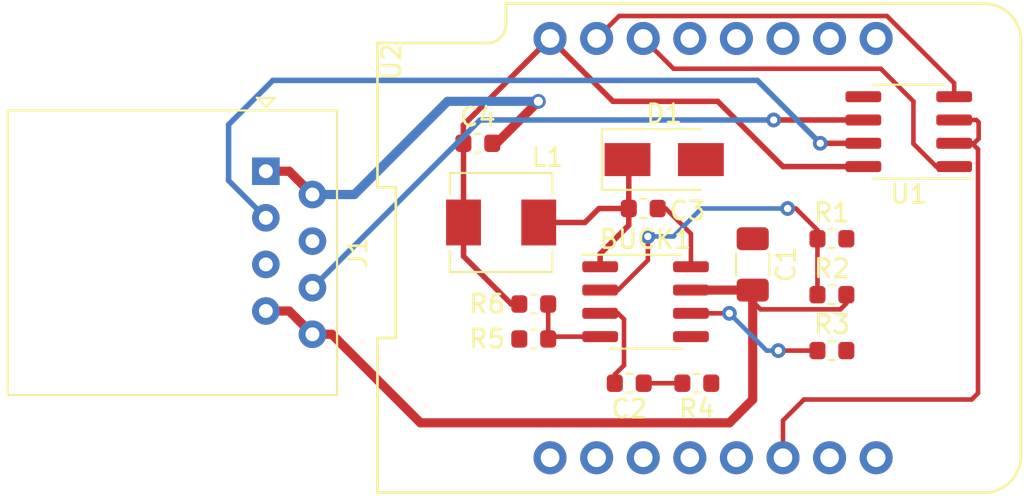
<source format=kicad_pcb>
(kicad_pcb (version 20171130) (host pcbnew 5.1.5-1.fc31)

  (general
    (thickness 1.6)
    (drawings 0)
    (tracks 108)
    (zones 0)
    (modules 16)
    (nets 29)
  )

  (page A4)
  (layers
    (0 F.Cu signal)
    (31 B.Cu signal)
    (32 B.Adhes user hide)
    (33 F.Adhes user hide)
    (34 B.Paste user hide)
    (35 F.Paste user hide)
    (36 B.SilkS user hide)
    (37 F.SilkS user)
    (38 B.Mask user hide)
    (39 F.Mask user hide)
    (40 Dwgs.User user hide)
    (41 Cmts.User user hide)
    (42 Eco1.User user hide)
    (43 Eco2.User user hide)
    (44 Edge.Cuts user hide)
    (45 Margin user hide)
    (46 B.CrtYd user hide)
    (47 F.CrtYd user)
    (48 B.Fab user hide)
    (49 F.Fab user hide)
  )

  (setup
    (last_trace_width 0.25)
    (user_trace_width 0.25)
    (user_trace_width 0.3)
    (user_trace_width 0.5)
    (trace_clearance 0.2)
    (zone_clearance 0.508)
    (zone_45_only no)
    (trace_min 0.2)
    (via_size 0.8)
    (via_drill 0.4)
    (via_min_size 0.4)
    (via_min_drill 0.3)
    (uvia_size 0.3)
    (uvia_drill 0.1)
    (uvias_allowed no)
    (uvia_min_size 0.2)
    (uvia_min_drill 0.1)
    (edge_width 0.05)
    (segment_width 0.2)
    (pcb_text_width 0.3)
    (pcb_text_size 1.5 1.5)
    (mod_edge_width 0.12)
    (mod_text_size 1 1)
    (mod_text_width 0.15)
    (pad_size 1.524 1.524)
    (pad_drill 0.762)
    (pad_to_mask_clearance 0.051)
    (solder_mask_min_width 0.25)
    (aux_axis_origin 0 0)
    (visible_elements FFFFFF7F)
    (pcbplotparams
      (layerselection 0x010fc_ffffffff)
      (usegerberextensions false)
      (usegerberattributes false)
      (usegerberadvancedattributes false)
      (creategerberjobfile false)
      (excludeedgelayer true)
      (linewidth 0.100000)
      (plotframeref false)
      (viasonmask false)
      (mode 1)
      (useauxorigin false)
      (hpglpennumber 1)
      (hpglpenspeed 20)
      (hpglpendiameter 15.000000)
      (psnegative false)
      (psa4output false)
      (plotreference true)
      (plotvalue true)
      (plotinvisibletext false)
      (padsonsilk false)
      (subtractmaskfromsilk false)
      (outputformat 1)
      (mirror false)
      (drillshape 1)
      (scaleselection 1)
      (outputdirectory ""))
  )

  (net 0 "")
  (net 1 GND)
  (net 2 "Net-(C2-Pad2)")
  (net 3 VCC)
  (net 4 "Net-(J1-Pad6)")
  (net 5 "Net-(J1-Pad5)")
  (net 6 "Net-(J1-Pad4)")
  (net 7 "Net-(J1-Pad3)")
  (net 8 "Net-(U1-Pad4)")
  (net 9 "Net-(U1-Pad2)")
  (net 10 "Net-(U1-Pad1)")
  (net 11 "Net-(BUCK1-Pad8)")
  (net 12 "Net-(BUCK1-Pad7)")
  (net 13 "Net-(BUCK1-Pad6)")
  (net 14 "Net-(BUCK1-Pad4)")
  (net 15 "Net-(BUCK1-Pad3)")
  (net 16 "Net-(BUCK1-Pad2)")
  (net 17 "Net-(BUCK1-Pad1)")
  (net 18 "Net-(U2-Pad1)")
  (net 19 "Net-(U2-Pad3)")
  (net 20 "Net-(U2-Pad13)")
  (net 21 "Net-(U2-Pad4)")
  (net 22 "Net-(U2-Pad12)")
  (net 23 "Net-(U2-Pad5)")
  (net 24 "Net-(U2-Pad11)")
  (net 25 "Net-(U2-Pad10)")
  (net 26 "Net-(U2-Pad7)")
  (net 27 "Net-(U2-Pad9)")
  (net 28 "Net-(U2-Pad8)")

  (net_class Default "This is the default net class."
    (clearance 0.2)
    (trace_width 0.25)
    (via_dia 0.8)
    (via_drill 0.4)
    (uvia_dia 0.3)
    (uvia_drill 0.1)
    (add_net GND)
    (add_net "Net-(BUCK1-Pad1)")
    (add_net "Net-(BUCK1-Pad2)")
    (add_net "Net-(BUCK1-Pad3)")
    (add_net "Net-(BUCK1-Pad4)")
    (add_net "Net-(BUCK1-Pad6)")
    (add_net "Net-(BUCK1-Pad8)")
    (add_net "Net-(C2-Pad2)")
    (add_net "Net-(J1-Pad5)")
    (add_net "Net-(J1-Pad6)")
    (add_net "Net-(U1-Pad1)")
    (add_net "Net-(U1-Pad2)")
    (add_net "Net-(U1-Pad4)")
    (add_net "Net-(U2-Pad1)")
    (add_net "Net-(U2-Pad10)")
    (add_net "Net-(U2-Pad11)")
    (add_net "Net-(U2-Pad12)")
    (add_net "Net-(U2-Pad13)")
    (add_net "Net-(U2-Pad3)")
    (add_net "Net-(U2-Pad4)")
    (add_net "Net-(U2-Pad5)")
    (add_net "Net-(U2-Pad7)")
    (add_net "Net-(U2-Pad8)")
    (add_net "Net-(U2-Pad9)")
  )

  (net_class power ""
    (clearance 0.2)
    (trace_width 0.5)
    (via_dia 0.8)
    (via_drill 0.4)
    (uvia_dia 0.3)
    (uvia_drill 0.1)
    (add_net "Net-(BUCK1-Pad7)")
  )

  (net_class signal ""
    (clearance 0.2)
    (trace_width 0.3)
    (via_dia 0.8)
    (via_drill 0.4)
    (uvia_dia 0.3)
    (uvia_drill 0.1)
    (add_net "Net-(J1-Pad3)")
    (add_net "Net-(J1-Pad4)")
    (add_net VCC)
  )

  (module Resistor_SMD:R_0603_1608Metric (layer F.Cu) (tedit 5B301BBD) (tstamp 5DED5624)
    (at 148.209 88.392)
    (descr "Resistor SMD 0603 (1608 Metric), square (rectangular) end terminal, IPC_7351 nominal, (Body size source: http://www.tortai-tech.com/upload/download/2011102023233369053.pdf), generated with kicad-footprint-generator")
    (tags resistor)
    (path /5DEE0033)
    (attr smd)
    (fp_text reference R6 (at -2.54 0) (layer F.SilkS)
      (effects (font (size 1 1) (thickness 0.15)))
    )
    (fp_text value 124k (at 0 1.43) (layer F.Fab)
      (effects (font (size 1 1) (thickness 0.15)))
    )
    (fp_text user %R (at 0 0) (layer F.Fab)
      (effects (font (size 0.4 0.4) (thickness 0.06)))
    )
    (fp_line (start 1.48 0.73) (end -1.48 0.73) (layer F.CrtYd) (width 0.05))
    (fp_line (start 1.48 -0.73) (end 1.48 0.73) (layer F.CrtYd) (width 0.05))
    (fp_line (start -1.48 -0.73) (end 1.48 -0.73) (layer F.CrtYd) (width 0.05))
    (fp_line (start -1.48 0.73) (end -1.48 -0.73) (layer F.CrtYd) (width 0.05))
    (fp_line (start -0.162779 0.51) (end 0.162779 0.51) (layer F.SilkS) (width 0.12))
    (fp_line (start -0.162779 -0.51) (end 0.162779 -0.51) (layer F.SilkS) (width 0.12))
    (fp_line (start 0.8 0.4) (end -0.8 0.4) (layer F.Fab) (width 0.1))
    (fp_line (start 0.8 -0.4) (end 0.8 0.4) (layer F.Fab) (width 0.1))
    (fp_line (start -0.8 -0.4) (end 0.8 -0.4) (layer F.Fab) (width 0.1))
    (fp_line (start -0.8 0.4) (end -0.8 -0.4) (layer F.Fab) (width 0.1))
    (pad 2 smd roundrect (at 0.7875 0) (size 0.875 0.95) (layers F.Cu F.Paste F.Mask) (roundrect_rratio 0.25)
      (net 14 "Net-(BUCK1-Pad4)"))
    (pad 1 smd roundrect (at -0.7875 0) (size 0.875 0.95) (layers F.Cu F.Paste F.Mask) (roundrect_rratio 0.25)
      (net 3 VCC))
    (model ${KISYS3DMOD}/Resistor_SMD.3dshapes/R_0603_1608Metric.wrl
      (at (xyz 0 0 0))
      (scale (xyz 1 1 1))
      (rotate (xyz 0 0 0))
    )
  )

  (module "wemos hat:wemos-d1-mini-connectors-only" (layer F.Cu) (tedit 58B56BF5) (tstamp 5DEEDB36)
    (at 157.988 85.344)
    (path /5DF4355A)
    (fp_text reference U2 (at -17.526 -10.16 90) (layer F.SilkS)
      (effects (font (size 1 1) (thickness 0.15)))
    )
    (fp_text value WeMos_mini (at 0 0) (layer F.Fab)
      (effects (font (size 1 1) (thickness 0.15)))
    )
    (fp_line (start -18.3 13.33) (end 14.78 13.33) (layer F.SilkS) (width 0.15))
    (fp_line (start 16.78 11.33) (end 16.78 -11.33) (layer F.SilkS) (width 0.15))
    (fp_line (start 14.78 -13.33) (end -11.3 -13.33) (layer F.SilkS) (width 0.15))
    (fp_line (start -18.3 -11.18) (end -18.3 -3.32) (layer F.SilkS) (width 0.15))
    (fp_line (start -18.3 -3.32) (end -17.3 -3.32) (layer F.SilkS) (width 0.15))
    (fp_line (start -17.3 -3.32) (end -17.3 4.9) (layer F.SilkS) (width 0.15))
    (fp_line (start -17.3 4.9) (end -18.3 4.9) (layer F.SilkS) (width 0.15))
    (fp_line (start -18.3 4.9) (end -18.3 13.329999) (layer F.SilkS) (width 0.15))
    (fp_line (start -11.48 -13.5) (end 14.85 -13.5) (layer F.CrtYd) (width 0.05))
    (fp_line (start 16.94 -11.5) (end 16.94 11.5) (layer F.CrtYd) (width 0.05))
    (fp_line (start 14.94 13.5) (end -18.46 13.5) (layer F.CrtYd) (width 0.05))
    (fp_line (start -18.46 13.5) (end -18.46 -11.33) (layer F.CrtYd) (width 0.05))
    (fp_arc (start 14.78 -11.33) (end 14.78 -13.33) (angle 90) (layer F.SilkS) (width 0.15))
    (fp_arc (start 14.78 11.33) (end 16.78 11.33) (angle 90) (layer F.SilkS) (width 0.15))
    (fp_arc (start 14.94 11.5) (end 16.94 11.5) (angle 90) (layer F.CrtYd) (width 0.05))
    (fp_arc (start 14.94 -11.5) (end 14.85 -13.5) (angle 92.57657183) (layer F.CrtYd) (width 0.05))
    (fp_line (start -18.3 -11.18) (end -12.3 -11.18) (layer F.SilkS) (width 0.15))
    (fp_arc (start -12.3 -12.18) (end -11.3 -12.18) (angle 90) (layer F.SilkS) (width 0.15))
    (fp_line (start -11.3 -12.17) (end -11.3 -13.33) (layer F.SilkS) (width 0.15))
    (fp_line (start -11.3 -13.33) (end -11.3 -13.33) (layer F.SilkS) (width 0.15))
    (fp_line (start -11.48 -13.5) (end -11.48 -12.33) (layer F.CrtYd) (width 0.05))
    (fp_line (start -18.46 -11.33) (end -12.48 -11.33) (layer F.CrtYd) (width 0.05))
    (fp_arc (start -12.48 -12.33) (end -11.48 -12.33) (angle 90) (layer F.CrtYd) (width 0.05))
    (pad 16 thru_hole circle (at -8.89 -11.43) (size 1.8 1.8) (drill 1.016) (layers *.Cu *.Mask)
      (net 3 VCC))
    (pad 1 thru_hole circle (at -8.89 11.43) (size 1.8 1.8) (drill 1.016) (layers *.Cu *.Mask)
      (net 18 "Net-(U2-Pad1)"))
    (pad 15 thru_hole circle (at -6.35 -11.43) (size 1.8 1.8) (drill 1.016) (layers *.Cu *.Mask)
      (net 8 "Net-(U1-Pad4)"))
    (pad 2 thru_hole circle (at -6.35 11.43) (size 1.8 1.8) (drill 1.016) (layers *.Cu *.Mask)
      (net 1 GND))
    (pad 14 thru_hole circle (at -3.81 -11.43) (size 1.8 1.8) (drill 1.016) (layers *.Cu *.Mask)
      (net 10 "Net-(U1-Pad1)"))
    (pad 3 thru_hole circle (at -3.81 11.43) (size 1.8 1.8) (drill 1.016) (layers *.Cu *.Mask)
      (net 19 "Net-(U2-Pad3)"))
    (pad 13 thru_hole circle (at -1.27 -11.43) (size 1.8 1.8) (drill 1.016) (layers *.Cu *.Mask)
      (net 20 "Net-(U2-Pad13)"))
    (pad 4 thru_hole circle (at -1.27 11.43) (size 1.8 1.8) (drill 1.016) (layers *.Cu *.Mask)
      (net 21 "Net-(U2-Pad4)"))
    (pad 12 thru_hole circle (at 1.27 -11.43) (size 1.8 1.8) (drill 1.016) (layers *.Cu *.Mask)
      (net 22 "Net-(U2-Pad12)"))
    (pad 5 thru_hole circle (at 1.27 11.43) (size 1.8 1.8) (drill 1.016) (layers *.Cu *.Mask)
      (net 23 "Net-(U2-Pad5)"))
    (pad 11 thru_hole circle (at 3.81 -11.43) (size 1.8 1.8) (drill 1.016) (layers *.Cu *.Mask)
      (net 24 "Net-(U2-Pad11)"))
    (pad 6 thru_hole circle (at 3.81 11.43) (size 1.8 1.8) (drill 1.016) (layers *.Cu *.Mask)
      (net 9 "Net-(U1-Pad2)"))
    (pad 10 thru_hole circle (at 6.35 -11.43) (size 1.8 1.8) (drill 1.016) (layers *.Cu *.Mask)
      (net 25 "Net-(U2-Pad10)"))
    (pad 7 thru_hole circle (at 6.35 11.43) (size 1.8 1.8) (drill 1.016) (layers *.Cu *.Mask)
      (net 26 "Net-(U2-Pad7)"))
    (pad 9 thru_hole circle (at 8.89 -11.43) (size 1.8 1.8) (drill 1.016) (layers *.Cu *.Mask)
      (net 27 "Net-(U2-Pad9)"))
    (pad 8 thru_hole circle (at 8.89 11.43) (size 1.8 1.8) (drill 1.016) (layers *.Cu *.Mask)
      (net 28 "Net-(U2-Pad8)"))
    (model ${KIPRJMOD}/3dshapes/wemos_d1_mini.3dshapes/SLW-108-01-G-S.wrl
      (offset (xyz 0 -11.39999982878918 0))
      (scale (xyz 0.3937 0.3937 0.3937))
      (rotate (xyz -90 0 0))
    )
    (model ${KIPRJMOD}/3dshapes/wemos_d1_mini.3dshapes/SLW-108-01-G-S.wrl
      (offset (xyz 0 11.39999982878918 0))
      (scale (xyz 0.3937 0.3937 0.3937))
      (rotate (xyz -90 0 0))
    )
    (model ${KIPRJMOD}/3dshapes/wemos_d1_mini.3dshapes/TSW-108-05-G-S.wrl
      (offset (xyz 0 -11.39999982878918 7.299999890364999))
      (scale (xyz 0.3937 0.3937 0.3937))
      (rotate (xyz 90 0 0))
    )
    (model ${KIPRJMOD}/3dshapes/wemos_d1_mini.3dshapes/TSW-108-05-G-S.wrl
      (offset (xyz 0 11.39999982878918 7.299999890364999))
      (scale (xyz 0.3937 0.3937 0.3937))
      (rotate (xyz 90 0 0))
    )
  )

  (module Resistor_SMD:R_0603_1608Metric (layer F.Cu) (tedit 5B301BBD) (tstamp 5DED5613)
    (at 148.209 90.297 180)
    (descr "Resistor SMD 0603 (1608 Metric), square (rectangular) end terminal, IPC_7351 nominal, (Body size source: http://www.tortai-tech.com/upload/download/2011102023233369053.pdf), generated with kicad-footprint-generator")
    (tags resistor)
    (path /5DEDF8B9)
    (attr smd)
    (fp_text reference R5 (at 2.54 0) (layer F.SilkS)
      (effects (font (size 1 1) (thickness 0.15)))
    )
    (fp_text value 40.2k (at 0 1.43) (layer F.Fab)
      (effects (font (size 1 1) (thickness 0.15)))
    )
    (fp_text user %R (at 0 0) (layer F.Fab)
      (effects (font (size 0.4 0.4) (thickness 0.06)))
    )
    (fp_line (start 1.48 0.73) (end -1.48 0.73) (layer F.CrtYd) (width 0.05))
    (fp_line (start 1.48 -0.73) (end 1.48 0.73) (layer F.CrtYd) (width 0.05))
    (fp_line (start -1.48 -0.73) (end 1.48 -0.73) (layer F.CrtYd) (width 0.05))
    (fp_line (start -1.48 0.73) (end -1.48 -0.73) (layer F.CrtYd) (width 0.05))
    (fp_line (start -0.162779 0.51) (end 0.162779 0.51) (layer F.SilkS) (width 0.12))
    (fp_line (start -0.162779 -0.51) (end 0.162779 -0.51) (layer F.SilkS) (width 0.12))
    (fp_line (start 0.8 0.4) (end -0.8 0.4) (layer F.Fab) (width 0.1))
    (fp_line (start 0.8 -0.4) (end 0.8 0.4) (layer F.Fab) (width 0.1))
    (fp_line (start -0.8 -0.4) (end 0.8 -0.4) (layer F.Fab) (width 0.1))
    (fp_line (start -0.8 0.4) (end -0.8 -0.4) (layer F.Fab) (width 0.1))
    (pad 2 smd roundrect (at 0.7875 0 180) (size 0.875 0.95) (layers F.Cu F.Paste F.Mask) (roundrect_rratio 0.25)
      (net 1 GND))
    (pad 1 smd roundrect (at -0.7875 0 180) (size 0.875 0.95) (layers F.Cu F.Paste F.Mask) (roundrect_rratio 0.25)
      (net 14 "Net-(BUCK1-Pad4)"))
    (model ${KISYS3DMOD}/Resistor_SMD.3dshapes/R_0603_1608Metric.wrl
      (at (xyz 0 0 0))
      (scale (xyz 1 1 1))
      (rotate (xyz 0 0 0))
    )
  )

  (module Resistor_SMD:R_0603_1608Metric (layer F.Cu) (tedit 5B301BBD) (tstamp 5DED5602)
    (at 157.099 92.71)
    (descr "Resistor SMD 0603 (1608 Metric), square (rectangular) end terminal, IPC_7351 nominal, (Body size source: http://www.tortai-tech.com/upload/download/2011102023233369053.pdf), generated with kicad-footprint-generator")
    (tags resistor)
    (path /5DEDCF25)
    (attr smd)
    (fp_text reference R4 (at 0 1.397) (layer F.SilkS)
      (effects (font (size 1 1) (thickness 0.15)))
    )
    (fp_text value 68.1k (at 0 1.43) (layer F.Fab)
      (effects (font (size 1 1) (thickness 0.15)))
    )
    (fp_text user %R (at 0 0) (layer F.Fab)
      (effects (font (size 0.4 0.4) (thickness 0.06)))
    )
    (fp_line (start 1.48 0.73) (end -1.48 0.73) (layer F.CrtYd) (width 0.05))
    (fp_line (start 1.48 -0.73) (end 1.48 0.73) (layer F.CrtYd) (width 0.05))
    (fp_line (start -1.48 -0.73) (end 1.48 -0.73) (layer F.CrtYd) (width 0.05))
    (fp_line (start -1.48 0.73) (end -1.48 -0.73) (layer F.CrtYd) (width 0.05))
    (fp_line (start -0.162779 0.51) (end 0.162779 0.51) (layer F.SilkS) (width 0.12))
    (fp_line (start -0.162779 -0.51) (end 0.162779 -0.51) (layer F.SilkS) (width 0.12))
    (fp_line (start 0.8 0.4) (end -0.8 0.4) (layer F.Fab) (width 0.1))
    (fp_line (start 0.8 -0.4) (end 0.8 0.4) (layer F.Fab) (width 0.1))
    (fp_line (start -0.8 -0.4) (end 0.8 -0.4) (layer F.Fab) (width 0.1))
    (fp_line (start -0.8 0.4) (end -0.8 -0.4) (layer F.Fab) (width 0.1))
    (pad 2 smd roundrect (at 0.7875 0) (size 0.875 0.95) (layers F.Cu F.Paste F.Mask) (roundrect_rratio 0.25)
      (net 1 GND))
    (pad 1 smd roundrect (at -0.7875 0) (size 0.875 0.95) (layers F.Cu F.Paste F.Mask) (roundrect_rratio 0.25)
      (net 2 "Net-(C2-Pad2)"))
    (model ${KISYS3DMOD}/Resistor_SMD.3dshapes/R_0603_1608Metric.wrl
      (at (xyz 0 0 0))
      (scale (xyz 1 1 1))
      (rotate (xyz 0 0 0))
    )
  )

  (module Resistor_SMD:R_0603_1608Metric (layer F.Cu) (tedit 5B301BBD) (tstamp 5DED55F1)
    (at 164.465 90.932)
    (descr "Resistor SMD 0603 (1608 Metric), square (rectangular) end terminal, IPC_7351 nominal, (Body size source: http://www.tortai-tech.com/upload/download/2011102023233369053.pdf), generated with kicad-footprint-generator")
    (tags resistor)
    (path /5DEC2CFC)
    (attr smd)
    (fp_text reference R3 (at 0 -1.43) (layer F.SilkS)
      (effects (font (size 1 1) (thickness 0.15)))
    )
    (fp_text value 200k (at 0 1.43) (layer F.Fab)
      (effects (font (size 1 1) (thickness 0.15)))
    )
    (fp_text user %R (at 0 0) (layer F.Fab)
      (effects (font (size 0.4 0.4) (thickness 0.06)))
    )
    (fp_line (start 1.48 0.73) (end -1.48 0.73) (layer F.CrtYd) (width 0.05))
    (fp_line (start 1.48 -0.73) (end 1.48 0.73) (layer F.CrtYd) (width 0.05))
    (fp_line (start -1.48 -0.73) (end 1.48 -0.73) (layer F.CrtYd) (width 0.05))
    (fp_line (start -1.48 0.73) (end -1.48 -0.73) (layer F.CrtYd) (width 0.05))
    (fp_line (start -0.162779 0.51) (end 0.162779 0.51) (layer F.SilkS) (width 0.12))
    (fp_line (start -0.162779 -0.51) (end 0.162779 -0.51) (layer F.SilkS) (width 0.12))
    (fp_line (start 0.8 0.4) (end -0.8 0.4) (layer F.Fab) (width 0.1))
    (fp_line (start 0.8 -0.4) (end 0.8 0.4) (layer F.Fab) (width 0.1))
    (fp_line (start -0.8 -0.4) (end 0.8 -0.4) (layer F.Fab) (width 0.1))
    (fp_line (start -0.8 0.4) (end -0.8 -0.4) (layer F.Fab) (width 0.1))
    (pad 2 smd roundrect (at 0.7875 0) (size 0.875 0.95) (layers F.Cu F.Paste F.Mask) (roundrect_rratio 0.25)
      (net 1 GND))
    (pad 1 smd roundrect (at -0.7875 0) (size 0.875 0.95) (layers F.Cu F.Paste F.Mask) (roundrect_rratio 0.25)
      (net 13 "Net-(BUCK1-Pad6)"))
    (model ${KISYS3DMOD}/Resistor_SMD.3dshapes/R_0603_1608Metric.wrl
      (at (xyz 0 0 0))
      (scale (xyz 1 1 1))
      (rotate (xyz 0 0 0))
    )
  )

  (module Resistor_SMD:R_0603_1608Metric (layer F.Cu) (tedit 5B301BBD) (tstamp 5DED7483)
    (at 164.465 87.884)
    (descr "Resistor SMD 0603 (1608 Metric), square (rectangular) end terminal, IPC_7351 nominal, (Body size source: http://www.tortai-tech.com/upload/download/2011102023233369053.pdf), generated with kicad-footprint-generator")
    (tags resistor)
    (path /5DEC2416)
    (attr smd)
    (fp_text reference R2 (at 0 -1.43) (layer F.SilkS)
      (effects (font (size 1 1) (thickness 0.15)))
    )
    (fp_text value 100k (at 0 1.43) (layer F.Fab)
      (effects (font (size 1 1) (thickness 0.15)))
    )
    (fp_text user %R (at 0 0) (layer F.Fab)
      (effects (font (size 0.4 0.4) (thickness 0.06)))
    )
    (fp_line (start 1.48 0.73) (end -1.48 0.73) (layer F.CrtYd) (width 0.05))
    (fp_line (start 1.48 -0.73) (end 1.48 0.73) (layer F.CrtYd) (width 0.05))
    (fp_line (start -1.48 -0.73) (end 1.48 -0.73) (layer F.CrtYd) (width 0.05))
    (fp_line (start -1.48 0.73) (end -1.48 -0.73) (layer F.CrtYd) (width 0.05))
    (fp_line (start -0.162779 0.51) (end 0.162779 0.51) (layer F.SilkS) (width 0.12))
    (fp_line (start -0.162779 -0.51) (end 0.162779 -0.51) (layer F.SilkS) (width 0.12))
    (fp_line (start 0.8 0.4) (end -0.8 0.4) (layer F.Fab) (width 0.1))
    (fp_line (start 0.8 -0.4) (end 0.8 0.4) (layer F.Fab) (width 0.1))
    (fp_line (start -0.8 -0.4) (end 0.8 -0.4) (layer F.Fab) (width 0.1))
    (fp_line (start -0.8 0.4) (end -0.8 -0.4) (layer F.Fab) (width 0.1))
    (pad 2 smd roundrect (at 0.7875 0) (size 0.875 0.95) (layers F.Cu F.Paste F.Mask) (roundrect_rratio 0.25)
      (net 12 "Net-(BUCK1-Pad7)"))
    (pad 1 smd roundrect (at -0.7875 0) (size 0.875 0.95) (layers F.Cu F.Paste F.Mask) (roundrect_rratio 0.25)
      (net 16 "Net-(BUCK1-Pad2)"))
    (model ${KISYS3DMOD}/Resistor_SMD.3dshapes/R_0603_1608Metric.wrl
      (at (xyz 0 0 0))
      (scale (xyz 1 1 1))
      (rotate (xyz 0 0 0))
    )
  )

  (module Resistor_SMD:R_0603_1608Metric (layer F.Cu) (tedit 5B301BBD) (tstamp 5DED55CF)
    (at 164.465 84.836)
    (descr "Resistor SMD 0603 (1608 Metric), square (rectangular) end terminal, IPC_7351 nominal, (Body size source: http://www.tortai-tech.com/upload/download/2011102023233369053.pdf), generated with kicad-footprint-generator")
    (tags resistor)
    (path /5DEC28EC)
    (attr smd)
    (fp_text reference R1 (at 0 -1.43) (layer F.SilkS)
      (effects (font (size 1 1) (thickness 0.15)))
    )
    (fp_text value 24.9k (at 0 1.43) (layer F.Fab)
      (effects (font (size 1 1) (thickness 0.15)))
    )
    (fp_text user %R (at 0 0) (layer F.Fab)
      (effects (font (size 0.4 0.4) (thickness 0.06)))
    )
    (fp_line (start 1.48 0.73) (end -1.48 0.73) (layer F.CrtYd) (width 0.05))
    (fp_line (start 1.48 -0.73) (end 1.48 0.73) (layer F.CrtYd) (width 0.05))
    (fp_line (start -1.48 -0.73) (end 1.48 -0.73) (layer F.CrtYd) (width 0.05))
    (fp_line (start -1.48 0.73) (end -1.48 -0.73) (layer F.CrtYd) (width 0.05))
    (fp_line (start -0.162779 0.51) (end 0.162779 0.51) (layer F.SilkS) (width 0.12))
    (fp_line (start -0.162779 -0.51) (end 0.162779 -0.51) (layer F.SilkS) (width 0.12))
    (fp_line (start 0.8 0.4) (end -0.8 0.4) (layer F.Fab) (width 0.1))
    (fp_line (start 0.8 -0.4) (end 0.8 0.4) (layer F.Fab) (width 0.1))
    (fp_line (start -0.8 -0.4) (end 0.8 -0.4) (layer F.Fab) (width 0.1))
    (fp_line (start -0.8 0.4) (end -0.8 -0.4) (layer F.Fab) (width 0.1))
    (pad 2 smd roundrect (at 0.7875 0) (size 0.875 0.95) (layers F.Cu F.Paste F.Mask) (roundrect_rratio 0.25)
      (net 1 GND))
    (pad 1 smd roundrect (at -0.7875 0) (size 0.875 0.95) (layers F.Cu F.Paste F.Mask) (roundrect_rratio 0.25)
      (net 16 "Net-(BUCK1-Pad2)"))
    (model ${KISYS3DMOD}/Resistor_SMD.3dshapes/R_0603_1608Metric.wrl
      (at (xyz 0 0 0))
      (scale (xyz 1 1 1))
      (rotate (xyz 0 0 0))
    )
  )

  (module Inductor_SMD:L_Sunlord_MWSA0518_5.4x5.2mm (layer F.Cu) (tedit 5DB5FB51) (tstamp 5DED55BE)
    (at 146.431 83.947 180)
    (descr "Inductor, Sunlord, MWSA0518, 5.4mmx5.2mm")
    (tags "inductor Sunlord smd")
    (path /5DEE319C)
    (attr smd)
    (fp_text reference L1 (at -2.54 3.556) (layer F.SilkS)
      (effects (font (size 1 1) (thickness 0.15)))
    )
    (fp_text value 10uH (at 0 4.1) (layer F.Fab)
      (effects (font (size 1 1) (thickness 0.15)))
    )
    (fp_line (start 2.8 2.7) (end 2.8 1.55) (layer F.SilkS) (width 0.12))
    (fp_line (start 2.8 -2.7) (end 2.8 -1.55) (layer F.SilkS) (width 0.12))
    (fp_line (start -2.8 2.7) (end -2.8 1.55) (layer F.SilkS) (width 0.12))
    (fp_line (start -2.8 -2.7) (end -2.8 -1.55) (layer F.SilkS) (width 0.12))
    (fp_line (start -2.8 2.7) (end 2.8 2.7) (layer F.SilkS) (width 0.12))
    (fp_line (start -2.8 -2.7) (end 2.8 -2.7) (layer F.SilkS) (width 0.12))
    (fp_line (start -3.25 2.85) (end -3.25 -2.85) (layer F.CrtYd) (width 0.05))
    (fp_line (start 3.25 2.85) (end -3.25 2.85) (layer F.CrtYd) (width 0.05))
    (fp_line (start 3.25 -2.85) (end 3.25 2.85) (layer F.CrtYd) (width 0.05))
    (fp_line (start -3.25 -2.85) (end 3.25 -2.85) (layer F.CrtYd) (width 0.05))
    (fp_line (start -2.7 2.6) (end -2.7 -2.6) (layer F.Fab) (width 0.1))
    (fp_line (start 2.7 2.6) (end -2.7 2.6) (layer F.Fab) (width 0.1))
    (fp_line (start 2.7 -2.6) (end 2.7 2.6) (layer F.Fab) (width 0.1))
    (fp_line (start -2.7 -2.6) (end 2.7 -2.6) (layer F.Fab) (width 0.1))
    (fp_text user %R (at 0 0) (layer F.Fab)
      (effects (font (size 1 1) (thickness 0.15)))
    )
    (pad 2 smd rect (at 2.05 0 180) (size 1.9 2.5) (layers F.Cu F.Paste F.Mask)
      (net 3 VCC))
    (pad 1 smd rect (at -2.05 0 180) (size 1.9 2.5) (layers F.Cu F.Paste F.Mask)
      (net 17 "Net-(BUCK1-Pad1)"))
    (model ${KISYS3DMOD}/Inductor_SMD.3dshapes/L_Sunlord_MWSA0518.wrl
      (at (xyz 0 0 0))
      (scale (xyz 1 1 1))
      (rotate (xyz 0 0 0))
    )
  )

  (module Diode_SMD:D_SMA (layer F.Cu) (tedit 586432E5) (tstamp 5DED5586)
    (at 155.321 80.518)
    (descr "Diode SMA (DO-214AC)")
    (tags "Diode SMA (DO-214AC)")
    (path /5DEE9EB4)
    (attr smd)
    (fp_text reference D1 (at 0 -2.5) (layer F.SilkS)
      (effects (font (size 1 1) (thickness 0.15)))
    )
    (fp_text value Schottky (at 0 2.6) (layer F.Fab)
      (effects (font (size 1 1) (thickness 0.15)))
    )
    (fp_line (start -3.4 -1.65) (end 2 -1.65) (layer F.SilkS) (width 0.12))
    (fp_line (start -3.4 1.65) (end 2 1.65) (layer F.SilkS) (width 0.12))
    (fp_line (start -0.64944 0.00102) (end 0.50118 -0.79908) (layer F.Fab) (width 0.1))
    (fp_line (start -0.64944 0.00102) (end 0.50118 0.75032) (layer F.Fab) (width 0.1))
    (fp_line (start 0.50118 0.75032) (end 0.50118 -0.79908) (layer F.Fab) (width 0.1))
    (fp_line (start -0.64944 -0.79908) (end -0.64944 0.80112) (layer F.Fab) (width 0.1))
    (fp_line (start 0.50118 0.00102) (end 1.4994 0.00102) (layer F.Fab) (width 0.1))
    (fp_line (start -0.64944 0.00102) (end -1.55114 0.00102) (layer F.Fab) (width 0.1))
    (fp_line (start -3.5 1.75) (end -3.5 -1.75) (layer F.CrtYd) (width 0.05))
    (fp_line (start 3.5 1.75) (end -3.5 1.75) (layer F.CrtYd) (width 0.05))
    (fp_line (start 3.5 -1.75) (end 3.5 1.75) (layer F.CrtYd) (width 0.05))
    (fp_line (start -3.5 -1.75) (end 3.5 -1.75) (layer F.CrtYd) (width 0.05))
    (fp_line (start 2.3 -1.5) (end -2.3 -1.5) (layer F.Fab) (width 0.1))
    (fp_line (start 2.3 -1.5) (end 2.3 1.5) (layer F.Fab) (width 0.1))
    (fp_line (start -2.3 1.5) (end -2.3 -1.5) (layer F.Fab) (width 0.1))
    (fp_line (start 2.3 1.5) (end -2.3 1.5) (layer F.Fab) (width 0.1))
    (fp_line (start -3.4 -1.65) (end -3.4 1.65) (layer F.SilkS) (width 0.12))
    (fp_text user %R (at 0 -2.5) (layer F.Fab)
      (effects (font (size 1 1) (thickness 0.15)))
    )
    (pad 2 smd rect (at 2 0) (size 2.5 1.8) (layers F.Cu F.Paste F.Mask)
      (net 1 GND))
    (pad 1 smd rect (at -2 0) (size 2.5 1.8) (layers F.Cu F.Paste F.Mask)
      (net 17 "Net-(BUCK1-Pad1)"))
    (model ${KISYS3DMOD}/Diode_SMD.3dshapes/D_SMA.wrl
      (at (xyz 0 0 0))
      (scale (xyz 1 1 1))
      (rotate (xyz 0 0 0))
    )
  )

  (module Capacitor_SMD:C_0603_1608Metric (layer F.Cu) (tedit 5B301BBE) (tstamp 5DED5567)
    (at 145.161 79.629)
    (descr "Capacitor SMD 0603 (1608 Metric), square (rectangular) end terminal, IPC_7351 nominal, (Body size source: http://www.tortai-tech.com/upload/download/2011102023233369053.pdf), generated with kicad-footprint-generator")
    (tags capacitor)
    (path /5DEE49A5)
    (attr smd)
    (fp_text reference C4 (at 0 -1.43) (layer F.SilkS)
      (effects (font (size 1 1) (thickness 0.15)))
    )
    (fp_text value "22uF 6.3V" (at 0 1.43) (layer F.Fab)
      (effects (font (size 1 1) (thickness 0.15)))
    )
    (fp_text user %R (at 0 0) (layer F.Fab)
      (effects (font (size 0.4 0.4) (thickness 0.06)))
    )
    (fp_line (start 1.48 0.73) (end -1.48 0.73) (layer F.CrtYd) (width 0.05))
    (fp_line (start 1.48 -0.73) (end 1.48 0.73) (layer F.CrtYd) (width 0.05))
    (fp_line (start -1.48 -0.73) (end 1.48 -0.73) (layer F.CrtYd) (width 0.05))
    (fp_line (start -1.48 0.73) (end -1.48 -0.73) (layer F.CrtYd) (width 0.05))
    (fp_line (start -0.162779 0.51) (end 0.162779 0.51) (layer F.SilkS) (width 0.12))
    (fp_line (start -0.162779 -0.51) (end 0.162779 -0.51) (layer F.SilkS) (width 0.12))
    (fp_line (start 0.8 0.4) (end -0.8 0.4) (layer F.Fab) (width 0.1))
    (fp_line (start 0.8 -0.4) (end 0.8 0.4) (layer F.Fab) (width 0.1))
    (fp_line (start -0.8 -0.4) (end 0.8 -0.4) (layer F.Fab) (width 0.1))
    (fp_line (start -0.8 0.4) (end -0.8 -0.4) (layer F.Fab) (width 0.1))
    (pad 2 smd roundrect (at 0.7875 0) (size 0.875 0.95) (layers F.Cu F.Paste F.Mask) (roundrect_rratio 0.25)
      (net 1 GND))
    (pad 1 smd roundrect (at -0.7875 0) (size 0.875 0.95) (layers F.Cu F.Paste F.Mask) (roundrect_rratio 0.25)
      (net 3 VCC))
    (model ${KISYS3DMOD}/Capacitor_SMD.3dshapes/C_0603_1608Metric.wrl
      (at (xyz 0 0 0))
      (scale (xyz 1 1 1))
      (rotate (xyz 0 0 0))
    )
  )

  (module Capacitor_SMD:C_0603_1608Metric (layer F.Cu) (tedit 5B301BBE) (tstamp 5DED5552)
    (at 154.178 83.185 180)
    (descr "Capacitor SMD 0603 (1608 Metric), square (rectangular) end terminal, IPC_7351 nominal, (Body size source: http://www.tortai-tech.com/upload/download/2011102023233369053.pdf), generated with kicad-footprint-generator")
    (tags capacitor)
    (path /5DEE2216)
    (attr smd)
    (fp_text reference C3 (at -2.413 -0.127) (layer F.SilkS)
      (effects (font (size 1 1) (thickness 0.15)))
    )
    (fp_text value 100nF (at 0 1.43) (layer F.Fab)
      (effects (font (size 1 1) (thickness 0.15)))
    )
    (fp_text user %R (at 0 0) (layer F.Fab)
      (effects (font (size 0.4 0.4) (thickness 0.06)))
    )
    (fp_line (start 1.48 0.73) (end -1.48 0.73) (layer F.CrtYd) (width 0.05))
    (fp_line (start 1.48 -0.73) (end 1.48 0.73) (layer F.CrtYd) (width 0.05))
    (fp_line (start -1.48 -0.73) (end 1.48 -0.73) (layer F.CrtYd) (width 0.05))
    (fp_line (start -1.48 0.73) (end -1.48 -0.73) (layer F.CrtYd) (width 0.05))
    (fp_line (start -0.162779 0.51) (end 0.162779 0.51) (layer F.SilkS) (width 0.12))
    (fp_line (start -0.162779 -0.51) (end 0.162779 -0.51) (layer F.SilkS) (width 0.12))
    (fp_line (start 0.8 0.4) (end -0.8 0.4) (layer F.Fab) (width 0.1))
    (fp_line (start 0.8 -0.4) (end 0.8 0.4) (layer F.Fab) (width 0.1))
    (fp_line (start -0.8 -0.4) (end 0.8 -0.4) (layer F.Fab) (width 0.1))
    (fp_line (start -0.8 0.4) (end -0.8 -0.4) (layer F.Fab) (width 0.1))
    (pad 2 smd roundrect (at 0.7875 0 180) (size 0.875 0.95) (layers F.Cu F.Paste F.Mask) (roundrect_rratio 0.25)
      (net 17 "Net-(BUCK1-Pad1)"))
    (pad 1 smd roundrect (at -0.7875 0 180) (size 0.875 0.95) (layers F.Cu F.Paste F.Mask) (roundrect_rratio 0.25)
      (net 11 "Net-(BUCK1-Pad8)"))
    (model ${KISYS3DMOD}/Capacitor_SMD.3dshapes/C_0603_1608Metric.wrl
      (at (xyz 0 0 0))
      (scale (xyz 1 1 1))
      (rotate (xyz 0 0 0))
    )
  )

  (module Capacitor_SMD:C_0603_1608Metric (layer F.Cu) (tedit 5B301BBE) (tstamp 5DED553D)
    (at 153.416 92.71)
    (descr "Capacitor SMD 0603 (1608 Metric), square (rectangular) end terminal, IPC_7351 nominal, (Body size source: http://www.tortai-tech.com/upload/download/2011102023233369053.pdf), generated with kicad-footprint-generator")
    (tags capacitor)
    (path /5DEDB027)
    (attr smd)
    (fp_text reference C2 (at 0 1.397) (layer F.SilkS)
      (effects (font (size 1 1) (thickness 0.15)))
    )
    (fp_text value 220pF (at 0 1.43) (layer F.Fab)
      (effects (font (size 1 1) (thickness 0.15)))
    )
    (fp_text user %R (at 0 0) (layer F.Fab)
      (effects (font (size 0.4 0.4) (thickness 0.06)))
    )
    (fp_line (start 1.48 0.73) (end -1.48 0.73) (layer F.CrtYd) (width 0.05))
    (fp_line (start 1.48 -0.73) (end 1.48 0.73) (layer F.CrtYd) (width 0.05))
    (fp_line (start -1.48 -0.73) (end 1.48 -0.73) (layer F.CrtYd) (width 0.05))
    (fp_line (start -1.48 0.73) (end -1.48 -0.73) (layer F.CrtYd) (width 0.05))
    (fp_line (start -0.162779 0.51) (end 0.162779 0.51) (layer F.SilkS) (width 0.12))
    (fp_line (start -0.162779 -0.51) (end 0.162779 -0.51) (layer F.SilkS) (width 0.12))
    (fp_line (start 0.8 0.4) (end -0.8 0.4) (layer F.Fab) (width 0.1))
    (fp_line (start 0.8 -0.4) (end 0.8 0.4) (layer F.Fab) (width 0.1))
    (fp_line (start -0.8 -0.4) (end 0.8 -0.4) (layer F.Fab) (width 0.1))
    (fp_line (start -0.8 0.4) (end -0.8 -0.4) (layer F.Fab) (width 0.1))
    (pad 2 smd roundrect (at 0.7875 0) (size 0.875 0.95) (layers F.Cu F.Paste F.Mask) (roundrect_rratio 0.25)
      (net 2 "Net-(C2-Pad2)"))
    (pad 1 smd roundrect (at -0.7875 0) (size 0.875 0.95) (layers F.Cu F.Paste F.Mask) (roundrect_rratio 0.25)
      (net 15 "Net-(BUCK1-Pad3)"))
    (model ${KISYS3DMOD}/Capacitor_SMD.3dshapes/C_0603_1608Metric.wrl
      (at (xyz 0 0 0))
      (scale (xyz 1 1 1))
      (rotate (xyz 0 0 0))
    )
  )

  (module Capacitor_SMD:C_1206_3216Metric (layer F.Cu) (tedit 5B301BBE) (tstamp 5DED5528)
    (at 160.147 86.233 270)
    (descr "Capacitor SMD 1206 (3216 Metric), square (rectangular) end terminal, IPC_7351 nominal, (Body size source: http://www.tortai-tech.com/upload/download/2011102023233369053.pdf), generated with kicad-footprint-generator")
    (tags capacitor)
    (path /5DEC1ADE)
    (attr smd)
    (fp_text reference C1 (at 0 -1.82 90) (layer F.SilkS)
      (effects (font (size 1 1) (thickness 0.15)))
    )
    (fp_text value "10uF 50V" (at 0 1.82 90) (layer F.Fab)
      (effects (font (size 1 1) (thickness 0.15)))
    )
    (fp_text user %R (at 0 0 90) (layer F.Fab)
      (effects (font (size 0.8 0.8) (thickness 0.12)))
    )
    (fp_line (start 2.28 1.12) (end -2.28 1.12) (layer F.CrtYd) (width 0.05))
    (fp_line (start 2.28 -1.12) (end 2.28 1.12) (layer F.CrtYd) (width 0.05))
    (fp_line (start -2.28 -1.12) (end 2.28 -1.12) (layer F.CrtYd) (width 0.05))
    (fp_line (start -2.28 1.12) (end -2.28 -1.12) (layer F.CrtYd) (width 0.05))
    (fp_line (start -0.602064 0.91) (end 0.602064 0.91) (layer F.SilkS) (width 0.12))
    (fp_line (start -0.602064 -0.91) (end 0.602064 -0.91) (layer F.SilkS) (width 0.12))
    (fp_line (start 1.6 0.8) (end -1.6 0.8) (layer F.Fab) (width 0.1))
    (fp_line (start 1.6 -0.8) (end 1.6 0.8) (layer F.Fab) (width 0.1))
    (fp_line (start -1.6 -0.8) (end 1.6 -0.8) (layer F.Fab) (width 0.1))
    (fp_line (start -1.6 0.8) (end -1.6 -0.8) (layer F.Fab) (width 0.1))
    (pad 2 smd roundrect (at 1.4 0 270) (size 1.25 1.75) (layers F.Cu F.Paste F.Mask) (roundrect_rratio 0.2)
      (net 12 "Net-(BUCK1-Pad7)"))
    (pad 1 smd roundrect (at -1.4 0 270) (size 1.25 1.75) (layers F.Cu F.Paste F.Mask) (roundrect_rratio 0.2)
      (net 1 GND))
    (model ${KISYS3DMOD}/Capacitor_SMD.3dshapes/C_1206_3216Metric.wrl
      (at (xyz 0 0 0))
      (scale (xyz 1 1 1))
      (rotate (xyz 0 0 0))
    )
  )

  (module Package_SO:SOIC-8_3.9x4.9mm_P1.27mm (layer F.Cu) (tedit 5D9F72B1) (tstamp 5DED563E)
    (at 168.656 78.994 180)
    (descr "SOIC, 8 Pin (JEDEC MS-012AA, https://www.analog.com/media/en/package-pcb-resources/package/pkg_pdf/soic_narrow-r/r_8.pdf), generated with kicad-footprint-generator ipc_gullwing_generator.py")
    (tags "SOIC SO")
    (path /5DF30FC6)
    (attr smd)
    (fp_text reference U1 (at 0 -3.4) (layer F.SilkS)
      (effects (font (size 1 1) (thickness 0.15)))
    )
    (fp_text value MAX3072E (at 0 3.4) (layer F.Fab)
      (effects (font (size 1 1) (thickness 0.15)))
    )
    (fp_text user %R (at 0 0) (layer F.Fab)
      (effects (font (size 0.98 0.98) (thickness 0.15)))
    )
    (fp_line (start 3.7 -2.7) (end -3.7 -2.7) (layer F.CrtYd) (width 0.05))
    (fp_line (start 3.7 2.7) (end 3.7 -2.7) (layer F.CrtYd) (width 0.05))
    (fp_line (start -3.7 2.7) (end 3.7 2.7) (layer F.CrtYd) (width 0.05))
    (fp_line (start -3.7 -2.7) (end -3.7 2.7) (layer F.CrtYd) (width 0.05))
    (fp_line (start -1.95 -1.475) (end -0.975 -2.45) (layer F.Fab) (width 0.1))
    (fp_line (start -1.95 2.45) (end -1.95 -1.475) (layer F.Fab) (width 0.1))
    (fp_line (start 1.95 2.45) (end -1.95 2.45) (layer F.Fab) (width 0.1))
    (fp_line (start 1.95 -2.45) (end 1.95 2.45) (layer F.Fab) (width 0.1))
    (fp_line (start -0.975 -2.45) (end 1.95 -2.45) (layer F.Fab) (width 0.1))
    (fp_line (start 0 -2.56) (end -3.45 -2.56) (layer F.SilkS) (width 0.12))
    (fp_line (start 0 -2.56) (end 1.95 -2.56) (layer F.SilkS) (width 0.12))
    (fp_line (start 0 2.56) (end -1.95 2.56) (layer F.SilkS) (width 0.12))
    (fp_line (start 0 2.56) (end 1.95 2.56) (layer F.SilkS) (width 0.12))
    (pad 8 smd roundrect (at 2.475 -1.905 180) (size 1.95 0.6) (layers F.Cu F.Paste F.Mask) (roundrect_rratio 0.25)
      (net 3 VCC))
    (pad 7 smd roundrect (at 2.475 -0.635 180) (size 1.95 0.6) (layers F.Cu F.Paste F.Mask) (roundrect_rratio 0.25)
      (net 7 "Net-(J1-Pad3)"))
    (pad 6 smd roundrect (at 2.475 0.635 180) (size 1.95 0.6) (layers F.Cu F.Paste F.Mask) (roundrect_rratio 0.25)
      (net 4 "Net-(J1-Pad6)"))
    (pad 5 smd roundrect (at 2.475 1.905 180) (size 1.95 0.6) (layers F.Cu F.Paste F.Mask) (roundrect_rratio 0.25)
      (net 1 GND))
    (pad 4 smd roundrect (at -2.475 1.905 180) (size 1.95 0.6) (layers F.Cu F.Paste F.Mask) (roundrect_rratio 0.25)
      (net 8 "Net-(U1-Pad4)"))
    (pad 3 smd roundrect (at -2.475 0.635 180) (size 1.95 0.6) (layers F.Cu F.Paste F.Mask) (roundrect_rratio 0.25)
      (net 9 "Net-(U1-Pad2)"))
    (pad 2 smd roundrect (at -2.475 -0.635 180) (size 1.95 0.6) (layers F.Cu F.Paste F.Mask) (roundrect_rratio 0.25)
      (net 9 "Net-(U1-Pad2)"))
    (pad 1 smd roundrect (at -2.475 -1.905 180) (size 1.95 0.6) (layers F.Cu F.Paste F.Mask) (roundrect_rratio 0.25)
      (net 10 "Net-(U1-Pad1)"))
    (model ${KISYS3DMOD}/Package_SO.3dshapes/SOIC-8_3.9x4.9mm_P1.27mm.wrl
      (at (xyz 0 0 0))
      (scale (xyz 1 1 1))
      (rotate (xyz 0 0 0))
    )
  )

  (module Connector_RJ:RJ45_Amphenol_54602-x08_Horizontal (layer F.Cu) (tedit 5B103613) (tstamp 5DED55A5)
    (at 133.604 81.153 270)
    (descr "8 Pol Shallow Latch Connector, Modjack, RJ45 (https://cdn.amphenol-icc.com/media/wysiwyg/files/drawing/c-bmj-0102.pdf)")
    (tags RJ45)
    (path /5DF15678)
    (fp_text reference J1 (at 4.445 -5 90) (layer F.SilkS)
      (effects (font (size 1 1) (thickness 0.15)))
    )
    (fp_text value RJ45 (at 4.445 4 90) (layer F.Fab)
      (effects (font (size 1 1) (thickness 0.15)))
    )
    (fp_line (start 12.6 14.47) (end -3.71 14.47) (layer F.CrtYd) (width 0.05))
    (fp_line (start 12.6 14.47) (end 12.6 -4.27) (layer F.CrtYd) (width 0.05))
    (fp_line (start -3.71 -4.27) (end -3.71 14.47) (layer F.CrtYd) (width 0.05))
    (fp_line (start -3.71 -4.27) (end 12.6 -4.27) (layer F.CrtYd) (width 0.05))
    (fp_line (start -3.315 -3.88) (end -3.315 14.08) (layer F.SilkS) (width 0.12))
    (fp_line (start 12.205 -3.88) (end -3.315 -3.88) (layer F.SilkS) (width 0.12))
    (fp_line (start 12.205 -3.88) (end 12.205 14.08) (layer F.SilkS) (width 0.12))
    (fp_line (start -3.315 14.08) (end 12.205 14.08) (layer F.SilkS) (width 0.12))
    (fp_line (start -3.205 -2.77) (end -2.205 -3.77) (layer F.Fab) (width 0.12))
    (fp_line (start -2.205 -3.77) (end 12.095 -3.77) (layer F.Fab) (width 0.12))
    (fp_line (start 12.095 -3.77) (end 12.095 13.97) (layer F.Fab) (width 0.12))
    (fp_line (start 12.095 13.97) (end -3.205 13.97) (layer F.Fab) (width 0.12))
    (fp_line (start -3.205 13.97) (end -3.205 -2.77) (layer F.Fab) (width 0.12))
    (fp_line (start -3.5 0) (end -4 -0.5) (layer F.SilkS) (width 0.12))
    (fp_line (start -4 -0.5) (end -4 0.5) (layer F.SilkS) (width 0.12))
    (fp_line (start -4 0.5) (end -3.5 0) (layer F.SilkS) (width 0.12))
    (fp_text user %R (at 4.445 2 90) (layer F.Fab)
      (effects (font (size 1 1) (thickness 0.15)))
    )
    (pad 8 thru_hole circle (at 8.89 -2.54 270) (size 1.5 1.5) (drill 0.76) (layers *.Cu *.Mask)
      (net 12 "Net-(BUCK1-Pad7)"))
    (pad 7 thru_hole circle (at 7.62 0 270) (size 1.5 1.5) (drill 0.76) (layers *.Cu *.Mask)
      (net 12 "Net-(BUCK1-Pad7)"))
    (pad 6 thru_hole circle (at 6.35 -2.54 270) (size 1.5 1.5) (drill 0.76) (layers *.Cu *.Mask)
      (net 4 "Net-(J1-Pad6)"))
    (pad 5 thru_hole circle (at 5.08 0 270) (size 1.5 1.5) (drill 0.76) (layers *.Cu *.Mask)
      (net 5 "Net-(J1-Pad5)"))
    (pad 4 thru_hole circle (at 3.81 -2.54 270) (size 1.5 1.5) (drill 0.76) (layers *.Cu *.Mask)
      (net 6 "Net-(J1-Pad4)"))
    (pad 3 thru_hole circle (at 2.54 0 270) (size 1.5 1.5) (drill 0.76) (layers *.Cu *.Mask)
      (net 7 "Net-(J1-Pad3)"))
    (pad 2 thru_hole circle (at 1.27 -2.54 270) (size 1.5 1.5) (drill 0.76) (layers *.Cu *.Mask)
      (net 1 GND))
    (pad 1 thru_hole rect (at 0 0 270) (size 1.5 1.5) (drill 0.76) (layers *.Cu *.Mask)
      (net 1 GND))
    (pad "" np_thru_hole circle (at -1.27 6.35 270) (size 3.2 3.2) (drill 3.2) (layers *.Cu *.Mask))
    (pad "" np_thru_hole circle (at 10.16 6.35 270) (size 3.2 3.2) (drill 3.2) (layers *.Cu *.Mask))
    (model ${KISYS3DMOD}/Connector_RJ.3dshapes/RJ45_Amphenol_54602-x08_Horizontal.wrl
      (at (xyz 0 0 0))
      (scale (xyz 1 1 1))
      (rotate (xyz 0 0 0))
    )
  )

  (module Package_SO:SOIC-8_3.9x4.9mm_P1.27mm (layer F.Cu) (tedit 5D9F72B1) (tstamp 5DED70E6)
    (at 154.305 88.265)
    (descr "SOIC, 8 Pin (JEDEC MS-012AA, https://www.analog.com/media/en/package-pcb-resources/package/pkg_pdf/soic_narrow-r/r_8.pdf), generated with kicad-footprint-generator ipc_gullwing_generator.py")
    (tags "SOIC SO")
    (path /5DEBF823)
    (attr smd)
    (fp_text reference BUCK1 (at 0 -3.4) (layer F.SilkS)
      (effects (font (size 1 1) (thickness 0.15)))
    )
    (fp_text value MP1584 (at 0 3.4) (layer F.Fab)
      (effects (font (size 1 1) (thickness 0.15)))
    )
    (fp_text user %R (at 0 0) (layer F.Fab)
      (effects (font (size 0.98 0.98) (thickness 0.15)))
    )
    (fp_line (start 3.7 -2.7) (end -3.7 -2.7) (layer F.CrtYd) (width 0.05))
    (fp_line (start 3.7 2.7) (end 3.7 -2.7) (layer F.CrtYd) (width 0.05))
    (fp_line (start -3.7 2.7) (end 3.7 2.7) (layer F.CrtYd) (width 0.05))
    (fp_line (start -3.7 -2.7) (end -3.7 2.7) (layer F.CrtYd) (width 0.05))
    (fp_line (start -1.95 -1.475) (end -0.975 -2.45) (layer F.Fab) (width 0.1))
    (fp_line (start -1.95 2.45) (end -1.95 -1.475) (layer F.Fab) (width 0.1))
    (fp_line (start 1.95 2.45) (end -1.95 2.45) (layer F.Fab) (width 0.1))
    (fp_line (start 1.95 -2.45) (end 1.95 2.45) (layer F.Fab) (width 0.1))
    (fp_line (start -0.975 -2.45) (end 1.95 -2.45) (layer F.Fab) (width 0.1))
    (fp_line (start 0 -2.56) (end -3.45 -2.56) (layer F.SilkS) (width 0.12))
    (fp_line (start 0 -2.56) (end 1.95 -2.56) (layer F.SilkS) (width 0.12))
    (fp_line (start 0 2.56) (end -1.95 2.56) (layer F.SilkS) (width 0.12))
    (fp_line (start 0 2.56) (end 1.95 2.56) (layer F.SilkS) (width 0.12))
    (pad 8 smd roundrect (at 2.475 -1.905) (size 1.95 0.6) (layers F.Cu F.Paste F.Mask) (roundrect_rratio 0.25)
      (net 11 "Net-(BUCK1-Pad8)"))
    (pad 7 smd roundrect (at 2.475 -0.635) (size 1.95 0.6) (layers F.Cu F.Paste F.Mask) (roundrect_rratio 0.25)
      (net 12 "Net-(BUCK1-Pad7)"))
    (pad 6 smd roundrect (at 2.475 0.635) (size 1.95 0.6) (layers F.Cu F.Paste F.Mask) (roundrect_rratio 0.25)
      (net 13 "Net-(BUCK1-Pad6)"))
    (pad 5 smd roundrect (at 2.475 1.905) (size 1.95 0.6) (layers F.Cu F.Paste F.Mask) (roundrect_rratio 0.25)
      (net 1 GND))
    (pad 4 smd roundrect (at -2.475 1.905) (size 1.95 0.6) (layers F.Cu F.Paste F.Mask) (roundrect_rratio 0.25)
      (net 14 "Net-(BUCK1-Pad4)"))
    (pad 3 smd roundrect (at -2.475 0.635) (size 1.95 0.6) (layers F.Cu F.Paste F.Mask) (roundrect_rratio 0.25)
      (net 15 "Net-(BUCK1-Pad3)"))
    (pad 2 smd roundrect (at -2.475 -0.635) (size 1.95 0.6) (layers F.Cu F.Paste F.Mask) (roundrect_rratio 0.25)
      (net 16 "Net-(BUCK1-Pad2)"))
    (pad 1 smd roundrect (at -2.475 -1.905) (size 1.95 0.6) (layers F.Cu F.Paste F.Mask) (roundrect_rratio 0.25)
      (net 17 "Net-(BUCK1-Pad1)"))
    (model ${KISYS3DMOD}/Package_SO.3dshapes/SOIC-8_3.9x4.9mm_P1.27mm.wrl
      (at (xyz 0 0 0))
      (scale (xyz 1 1 1))
      (rotate (xyz 0 0 0))
    )
  )

  (segment (start 134.874 81.153) (end 136.144 82.423) (width 0.5) (layer F.Cu) (net 1))
  (segment (start 133.604 81.153) (end 134.874 81.153) (width 0.5) (layer F.Cu) (net 1))
  (segment (start 136.144 82.423) (end 138.43 82.423) (width 0.5) (layer B.Cu) (net 1))
  (segment (start 138.43 82.423) (end 143.51 77.343) (width 0.5) (layer B.Cu) (net 1))
  (segment (start 143.51 77.343) (end 148.463 77.343) (width 0.5) (layer B.Cu) (net 1))
  (segment (start 148.463 77.343) (end 148.463 77.343) (width 0.5) (layer B.Cu) (net 1) (tstamp 5DEEF26D))
  (via (at 148.463 77.343) (size 0.8) (drill 0.5) (layers F.Cu B.Cu) (net 1))
  (segment (start 146.177 79.629) (end 148.463 77.343) (width 0.5) (layer F.Cu) (net 1))
  (segment (start 145.9485 79.629) (end 146.177 79.629) (width 0.5) (layer F.Cu) (net 1))
  (segment (start 156.3115 92.71) (end 154.2035 92.71) (width 0.25) (layer F.Cu) (net 2))
  (segment (start 144.381 85.497) (end 144.381 83.947) (width 0.3) (layer F.Cu) (net 3))
  (segment (start 144.381 85.789) (end 144.381 85.497) (width 0.3) (layer F.Cu) (net 3))
  (segment (start 146.984 88.392) (end 144.381 85.789) (width 0.3) (layer F.Cu) (net 3))
  (segment (start 147.4215 88.392) (end 146.984 88.392) (width 0.3) (layer F.Cu) (net 3))
  (segment (start 144.381 79.6365) (end 144.3735 79.629) (width 0.3) (layer F.Cu) (net 3))
  (segment (start 144.381 83.947) (end 144.381 79.6365) (width 0.3) (layer F.Cu) (net 3))
  (segment (start 144.3735 78.6385) (end 149.098 73.914) (width 0.3) (layer F.Cu) (net 3))
  (segment (start 144.3735 79.629) (end 144.3735 78.6385) (width 0.3) (layer F.Cu) (net 3))
  (segment (start 149.098 73.914) (end 152.527 77.343) (width 0.3) (layer F.Cu) (net 3))
  (segment (start 152.527 77.343) (end 158.242 77.343) (width 0.3) (layer F.Cu) (net 3))
  (segment (start 161.798 80.899) (end 166.181 80.899) (width 0.3) (layer F.Cu) (net 3))
  (segment (start 158.242 77.343) (end 161.798 80.899) (width 0.3) (layer F.Cu) (net 3))
  (via (at 161.29 78.359) (size 0.8) (drill 0.4) (layers F.Cu B.Cu) (net 4))
  (segment (start 166.181 78.359) (end 161.29 78.359) (width 0.3) (layer F.Cu) (net 4))
  (segment (start 145.288 78.359) (end 136.144 87.503) (width 0.3) (layer B.Cu) (net 4))
  (segment (start 161.29 78.359) (end 145.288 78.359) (width 0.3) (layer B.Cu) (net 4))
  (via (at 163.83 79.629) (size 0.8) (drill 0.4) (layers F.Cu B.Cu) (net 7))
  (segment (start 166.181 79.629) (end 163.83 79.629) (width 0.3) (layer F.Cu) (net 7))
  (segment (start 163.83 79.629) (end 160.401 76.2) (width 0.3) (layer B.Cu) (net 7))
  (segment (start 160.401 76.2) (end 133.985 76.2) (width 0.3) (layer B.Cu) (net 7))
  (segment (start 133.985 76.2) (end 131.572 78.613) (width 0.3) (layer B.Cu) (net 7))
  (segment (start 131.572 81.661) (end 133.604 83.693) (width 0.3) (layer B.Cu) (net 7))
  (segment (start 131.572 78.613) (end 131.572 81.661) (width 0.3) (layer B.Cu) (net 7))
  (segment (start 152.537999 73.014001) (end 151.638 73.914) (width 0.25) (layer F.Cu) (net 8))
  (segment (start 152.863001 72.688999) (end 152.537999 73.014001) (width 0.25) (layer F.Cu) (net 8))
  (segment (start 171.131 76.353998) (end 167.466001 72.688999) (width 0.25) (layer F.Cu) (net 8))
  (segment (start 167.466001 72.688999) (end 152.863001 72.688999) (width 0.25) (layer F.Cu) (net 8))
  (segment (start 171.131 77.089) (end 171.131 76.353998) (width 0.25) (layer F.Cu) (net 8))
  (segment (start 161.798 96.774) (end 161.798 94.742) (width 0.25) (layer F.Cu) (net 9))
  (segment (start 161.798 94.742) (end 162.941 93.599) (width 0.25) (layer F.Cu) (net 9))
  (segment (start 162.941 93.599) (end 172.085 93.599) (width 0.25) (layer F.Cu) (net 9))
  (segment (start 172.106 79.629) (end 171.131 79.629) (width 0.25) (layer F.Cu) (net 9))
  (segment (start 172.43101 93.25299) (end 172.43101 79.95401) (width 0.25) (layer F.Cu) (net 9))
  (segment (start 172.43101 79.95401) (end 172.106 79.629) (width 0.25) (layer F.Cu) (net 9))
  (segment (start 172.085 93.599) (end 172.43101 93.25299) (width 0.25) (layer F.Cu) (net 9))
  (segment (start 171.131 78.359) (end 172.339 78.359) (width 0.25) (layer F.Cu) (net 9))
  (segment (start 172.339 78.359) (end 172.466 78.486) (width 0.25) (layer F.Cu) (net 9))
  (segment (start 172.466 78.486) (end 172.466 79.375) (width 0.25) (layer F.Cu) (net 9))
  (segment (start 172.212 79.629) (end 171.131 79.629) (width 0.25) (layer F.Cu) (net 9))
  (segment (start 172.466 79.375) (end 172.212 79.629) (width 0.25) (layer F.Cu) (net 9))
  (segment (start 154.178 73.914) (end 155.829 75.565) (width 0.25) (layer F.Cu) (net 10))
  (segment (start 155.829 75.565) (end 167.132 75.565) (width 0.25) (layer F.Cu) (net 10))
  (segment (start 167.132 75.565) (end 168.91 77.343) (width 0.25) (layer F.Cu) (net 10))
  (segment (start 170.156 80.899) (end 171.131 80.899) (width 0.25) (layer F.Cu) (net 10))
  (segment (start 168.91 79.653) (end 170.156 80.899) (width 0.25) (layer F.Cu) (net 10))
  (segment (start 168.91 77.343) (end 168.91 79.653) (width 0.25) (layer F.Cu) (net 10))
  (segment (start 155.403 83.185) (end 154.9655 83.185) (width 0.25) (layer F.Cu) (net 11))
  (segment (start 156.78 84.562) (end 155.403 83.185) (width 0.25) (layer F.Cu) (net 11))
  (segment (start 156.78 86.36) (end 156.78 84.562) (width 0.25) (layer F.Cu) (net 11))
  (segment (start 134.874 88.773) (end 136.144 90.043) (width 0.5) (layer F.Cu) (net 12))
  (segment (start 133.604 88.773) (end 134.874 88.773) (width 0.5) (layer F.Cu) (net 12))
  (segment (start 160.147 93.599) (end 160.147 87.633) (width 0.5) (layer F.Cu) (net 12))
  (segment (start 158.877 94.869) (end 160.147 93.599) (width 0.5) (layer F.Cu) (net 12))
  (segment (start 136.144 90.043) (end 137.20466 90.043) (width 0.5) (layer F.Cu) (net 12))
  (segment (start 142.03066 94.869) (end 158.877 94.869) (width 0.5) (layer F.Cu) (net 12))
  (segment (start 137.20466 90.043) (end 142.03066 94.869) (width 0.5) (layer F.Cu) (net 12))
  (segment (start 156.783 87.633) (end 156.78 87.63) (width 0.5) (layer F.Cu) (net 12))
  (segment (start 160.147 87.633) (end 156.783 87.633) (width 0.5) (layer F.Cu) (net 12))
  (segment (start 160.57301 88.68401) (end 164.92749 88.68401) (width 0.25) (layer F.Cu) (net 12))
  (segment (start 160.147 88.258) (end 160.57301 88.68401) (width 0.25) (layer F.Cu) (net 12))
  (segment (start 165.2525 88.359) (end 165.2525 87.884) (width 0.25) (layer F.Cu) (net 12))
  (segment (start 164.92749 88.68401) (end 165.2525 88.359) (width 0.25) (layer F.Cu) (net 12))
  (segment (start 160.147 87.633) (end 160.147 88.258) (width 0.25) (layer F.Cu) (net 12))
  (via (at 161.544 90.932) (size 0.8) (drill 0.4) (layers F.Cu B.Cu) (net 13))
  (via (at 158.877 88.9) (size 0.8) (drill 0.4) (layers F.Cu B.Cu) (net 13))
  (segment (start 163.6775 90.932) (end 161.544 90.932) (width 0.25) (layer F.Cu) (net 13))
  (segment (start 156.78 88.9) (end 158.877 88.9) (width 0.25) (layer F.Cu) (net 13))
  (segment (start 160.909 90.932) (end 158.877 88.9) (width 0.25) (layer B.Cu) (net 13))
  (segment (start 161.544 90.932) (end 160.909 90.932) (width 0.25) (layer B.Cu) (net 13))
  (segment (start 149.1235 90.17) (end 148.9965 90.297) (width 0.25) (layer F.Cu) (net 14))
  (segment (start 151.83 90.17) (end 149.1235 90.17) (width 0.25) (layer F.Cu) (net 14))
  (segment (start 148.9965 90.297) (end 148.9965 88.392) (width 0.25) (layer F.Cu) (net 14))
  (segment (start 153.13001 89.22501) (end 152.805 88.9) (width 0.25) (layer F.Cu) (net 15))
  (segment (start 153.13001 91.73349) (end 153.13001 89.22501) (width 0.25) (layer F.Cu) (net 15))
  (segment (start 152.805 88.9) (end 151.83 88.9) (width 0.25) (layer F.Cu) (net 15))
  (segment (start 152.6285 92.235) (end 153.13001 91.73349) (width 0.25) (layer F.Cu) (net 15))
  (segment (start 152.6285 92.71) (end 152.6285 92.235) (width 0.25) (layer F.Cu) (net 15))
  (via (at 154.432 84.709) (size 0.8) (drill 0.4) (layers F.Cu B.Cu) (net 16))
  (via (at 162.052 83.185) (size 0.8) (drill 0.4) (layers F.Cu B.Cu) (net 16))
  (segment (start 163.6775 87.884) (end 163.6775 84.836) (width 0.25) (layer F.Cu) (net 16))
  (segment (start 154.432 86.003) (end 154.432 85.274685) (width 0.25) (layer F.Cu) (net 16))
  (segment (start 154.432 85.274685) (end 154.432 84.709) (width 0.25) (layer F.Cu) (net 16))
  (segment (start 152.805 87.63) (end 154.432 86.003) (width 0.25) (layer F.Cu) (net 16))
  (segment (start 151.83 87.63) (end 152.805 87.63) (width 0.25) (layer F.Cu) (net 16))
  (segment (start 163.6775 84.361) (end 162.5015 83.185) (width 0.25) (layer F.Cu) (net 16))
  (segment (start 162.5015 83.185) (end 162.052 83.185) (width 0.25) (layer F.Cu) (net 16))
  (segment (start 163.6775 84.836) (end 163.6775 84.361) (width 0.25) (layer F.Cu) (net 16))
  (segment (start 154.432 84.709) (end 155.829 84.709) (width 0.25) (layer B.Cu) (net 16))
  (segment (start 157.353 83.185) (end 162.052 83.185) (width 0.25) (layer B.Cu) (net 16))
  (segment (start 155.829 84.709) (end 157.353 83.185) (width 0.25) (layer B.Cu) (net 16))
  (segment (start 153.3905 83.185) (end 151.765 83.185) (width 0.3) (layer F.Cu) (net 17))
  (segment (start 151.003 83.947) (end 148.481 83.947) (width 0.3) (layer F.Cu) (net 17))
  (segment (start 151.765 83.185) (end 151.003 83.947) (width 0.3) (layer F.Cu) (net 17))
  (segment (start 151.83 86.36) (end 151.83 85.66) (width 0.3) (layer F.Cu) (net 17))
  (segment (start 153.3905 84.0995) (end 153.3905 83.185) (width 0.3) (layer F.Cu) (net 17))
  (segment (start 151.83 85.66) (end 153.3905 84.0995) (width 0.3) (layer F.Cu) (net 17))
  (segment (start 153.3905 80.5875) (end 153.321 80.518) (width 0.3) (layer F.Cu) (net 17))
  (segment (start 153.3905 83.185) (end 153.3905 80.5875) (width 0.3) (layer F.Cu) (net 17))

)

</source>
